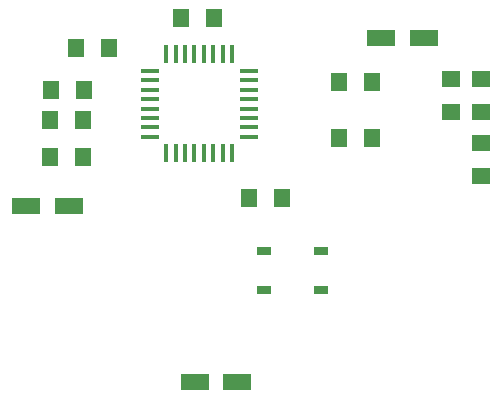
<source format=gbr>
G04 DipTrace 2.4.0.2*
%INTopPaste.gbr*%
%MOIN*%
%ADD58R,0.051X0.0274*%
%ADD60R,0.0589X0.0117*%
%ADD62R,0.0117X0.0589*%
%ADD74R,0.0943X0.055*%
%ADD76R,0.0628X0.055*%
%ADD78R,0.055X0.0628*%
%FSLAX44Y44*%
G04*
G70*
G90*
G75*
G01*
%LNTopPaste*%
%LPD*%
D78*
X20440Y13190D3*
X21543D3*
X20440Y15065D3*
X21543D3*
X15190Y17190D3*
X16293D3*
D74*
X11440Y10940D3*
X10023D3*
D78*
X11690Y16190D3*
X12793D3*
X10815Y13815D3*
X11918D3*
X17440Y11190D3*
X18543D3*
D74*
X21856Y16524D3*
X23274D3*
X17065Y5065D3*
X15648D3*
D76*
X24190Y14065D3*
Y15168D3*
D78*
X10815Y12565D3*
X11918D3*
D76*
X25190Y11940D3*
Y13043D3*
Y14065D3*
Y15168D3*
D78*
X11940Y14815D3*
X10838D3*
D62*
X14690Y12690D3*
X15005D3*
X15320D3*
X15635D3*
X15950D3*
X16265D3*
X16580D3*
X16895D3*
D60*
X17446Y13241D3*
Y13556D3*
Y13871D3*
Y14186D3*
Y14501D3*
Y14816D3*
Y15131D3*
Y15446D3*
D62*
X16895Y15997D3*
X16580D3*
X16265D3*
X15950D3*
X15635D3*
X15320D3*
X15005D3*
X14690D3*
D60*
X14139Y15446D3*
Y15131D3*
Y14816D3*
Y14501D3*
Y14186D3*
Y13871D3*
Y13556D3*
Y13241D3*
D58*
X17940Y9440D3*
Y8141D3*
X19869D3*
Y9440D3*
M02*

</source>
